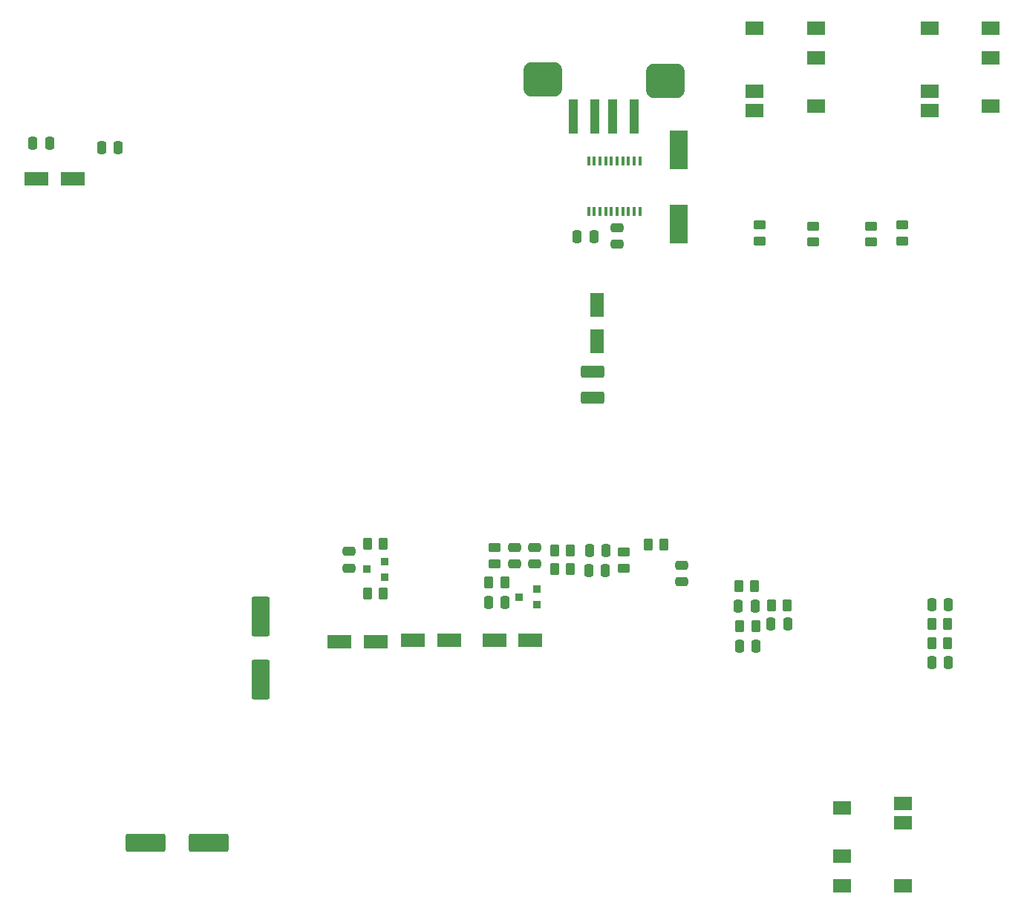
<source format=gbr>
%TF.GenerationSoftware,KiCad,Pcbnew,(6.0.11-0)*%
%TF.CreationDate,2023-05-23T17:58:13+02:00*%
%TF.ProjectId,Keyer_MEGA2560,4b657965-725f-44d4-9547-41323536302e,rev?*%
%TF.SameCoordinates,Original*%
%TF.FileFunction,Paste,Bot*%
%TF.FilePolarity,Positive*%
%FSLAX46Y46*%
G04 Gerber Fmt 4.6, Leading zero omitted, Abs format (unit mm)*
G04 Created by KiCad (PCBNEW (6.0.11-0)) date 2023-05-23 17:58:13*
%MOMM*%
%LPD*%
G01*
G04 APERTURE LIST*
G04 Aperture macros list*
%AMRoundRect*
0 Rectangle with rounded corners*
0 $1 Rounding radius*
0 $2 $3 $4 $5 $6 $7 $8 $9 X,Y pos of 4 corners*
0 Add a 4 corners polygon primitive as box body*
4,1,4,$2,$3,$4,$5,$6,$7,$8,$9,$2,$3,0*
0 Add four circle primitives for the rounded corners*
1,1,$1+$1,$2,$3*
1,1,$1+$1,$4,$5*
1,1,$1+$1,$6,$7*
1,1,$1+$1,$8,$9*
0 Add four rect primitives between the rounded corners*
20,1,$1+$1,$2,$3,$4,$5,0*
20,1,$1+$1,$4,$5,$6,$7,0*
20,1,$1+$1,$6,$7,$8,$9,0*
20,1,$1+$1,$8,$9,$2,$3,0*%
G04 Aperture macros list end*
%ADD10RoundRect,0.250000X-0.262500X-0.450000X0.262500X-0.450000X0.262500X0.450000X-0.262500X0.450000X0*%
%ADD11RoundRect,0.250000X-1.137500X-0.550000X1.137500X-0.550000X1.137500X0.550000X-1.137500X0.550000X0*%
%ADD12RoundRect,0.250000X0.262500X0.450000X-0.262500X0.450000X-0.262500X-0.450000X0.262500X-0.450000X0*%
%ADD13RoundRect,0.250000X0.475000X-0.250000X0.475000X0.250000X-0.475000X0.250000X-0.475000X-0.250000X0*%
%ADD14RoundRect,0.250000X-0.450000X0.262500X-0.450000X-0.262500X0.450000X-0.262500X0.450000X0.262500X0*%
%ADD15RoundRect,0.250001X-1.074999X0.462499X-1.074999X-0.462499X1.074999X-0.462499X1.074999X0.462499X0*%
%ADD16RoundRect,0.250000X-0.250000X-0.475000X0.250000X-0.475000X0.250000X0.475000X-0.250000X0.475000X0*%
%ADD17RoundRect,0.250001X-1.999999X-0.799999X1.999999X-0.799999X1.999999X0.799999X-1.999999X0.799999X0*%
%ADD18R,2.000000X1.500000*%
%ADD19RoundRect,0.250000X1.137500X0.550000X-1.137500X0.550000X-1.137500X-0.550000X1.137500X-0.550000X0*%
%ADD20R,0.400000X1.000000*%
%ADD21RoundRect,0.250000X0.250000X0.475000X-0.250000X0.475000X-0.250000X-0.475000X0.250000X-0.475000X0*%
%ADD22RoundRect,0.250000X0.450000X-0.262500X0.450000X0.262500X-0.450000X0.262500X-0.450000X-0.262500X0*%
%ADD23R,1.100000X4.000000*%
%ADD24RoundRect,0.984250X-1.238250X-0.984250X1.238250X-0.984250X1.238250X0.984250X-1.238250X0.984250X0*%
%ADD25R,2.000000X4.500000*%
%ADD26RoundRect,0.250001X-0.799999X1.999999X-0.799999X-1.999999X0.799999X-1.999999X0.799999X1.999999X0*%
%ADD27R,0.914400X0.914400*%
%ADD28RoundRect,0.250000X-0.475000X0.250000X-0.475000X-0.250000X0.475000X-0.250000X0.475000X0.250000X0*%
%ADD29RoundRect,0.250000X0.550000X-1.137500X0.550000X1.137500X-0.550000X1.137500X-0.550000X-1.137500X0*%
G04 APERTURE END LIST*
D10*
%TO.C,R11*%
X258318000Y-143256000D03*
X260143000Y-143256000D03*
%TD*%
D11*
%TO.C,C34*%
X221076500Y-144907000D03*
X225201500Y-144907000D03*
%TD*%
D12*
%TO.C,R28*%
X239037500Y-136779000D03*
X237212500Y-136779000D03*
%TD*%
D13*
%TO.C,C27*%
X251708000Y-138237000D03*
X251708000Y-136337000D03*
%TD*%
D14*
%TO.C,R18*%
X273304000Y-97639500D03*
X273304000Y-99464500D03*
%TD*%
D11*
%TO.C,C19*%
X178150500Y-92202000D03*
X182275500Y-92202000D03*
%TD*%
D15*
%TO.C,L1*%
X241554000Y-114209500D03*
X241554000Y-117184500D03*
%TD*%
D13*
%TO.C,C29*%
X234950000Y-136205000D03*
X234950000Y-134305000D03*
%TD*%
D12*
%TO.C,R30*%
X231544500Y-138303000D03*
X229719500Y-138303000D03*
%TD*%
D16*
%TO.C,C14*%
X258153500Y-140970000D03*
X260053500Y-140970000D03*
%TD*%
D17*
%TO.C,C7*%
X190583000Y-168021000D03*
X197783000Y-168021000D03*
%TD*%
D14*
%TO.C,R20*%
X276860000Y-97512500D03*
X276860000Y-99337500D03*
%TD*%
D18*
%TO.C,J10*%
X266999600Y-75064600D03*
X259999600Y-75064600D03*
X266999600Y-78464600D03*
X259999600Y-82264600D03*
X259999600Y-84464600D03*
X266999600Y-83964600D03*
%TD*%
D19*
%TO.C,C36*%
X216819500Y-145034000D03*
X212694500Y-145034000D03*
%TD*%
D13*
%TO.C,C30*%
X232664000Y-136205000D03*
X232664000Y-134305000D03*
%TD*%
D16*
%TO.C,C3*%
X280228000Y-147421600D03*
X282128000Y-147421600D03*
%TD*%
D20*
%TO.C,U1*%
X241086420Y-90165600D03*
X241736420Y-90165600D03*
X242386420Y-90165600D03*
X243036420Y-90165600D03*
X243686420Y-90165600D03*
X244336420Y-90165600D03*
X244986420Y-90165600D03*
X245636420Y-90165600D03*
X246286420Y-90165600D03*
X246936420Y-90165600D03*
X246936420Y-95965600D03*
X246286420Y-95965600D03*
X245636420Y-95965600D03*
X244986420Y-95965600D03*
X244336420Y-95965600D03*
X243686420Y-95965600D03*
X243036420Y-95965600D03*
X242386420Y-95965600D03*
X241736420Y-95965600D03*
X241086420Y-95965600D03*
%TD*%
D21*
%TO.C,C20*%
X179639000Y-88138000D03*
X177739000Y-88138000D03*
%TD*%
D22*
%TO.C,R27*%
X245104000Y-136652000D03*
X245104000Y-134827000D03*
%TD*%
D23*
%TO.C,J1*%
X239324000Y-85124400D03*
X241824000Y-85124400D03*
X243824000Y-85124400D03*
X246324000Y-85124400D03*
D24*
X249809000Y-81024400D03*
X235839000Y-80924400D03*
%TD*%
D14*
%TO.C,R17*%
X266700000Y-97639500D03*
X266700000Y-99464500D03*
%TD*%
D25*
%TO.C,Y1*%
X251377420Y-88917200D03*
X251377420Y-97417200D03*
%TD*%
D16*
%TO.C,C38*%
X258280500Y-145542000D03*
X260180500Y-145542000D03*
%TD*%
D26*
%TO.C,C16*%
X203708000Y-142196000D03*
X203708000Y-149396000D03*
%TD*%
D21*
%TO.C,C10*%
X241684820Y-98806000D03*
X239784820Y-98806000D03*
%TD*%
D18*
%TO.C,J11*%
X286964000Y-75056000D03*
X279964000Y-75056000D03*
X286964000Y-78456000D03*
X279964000Y-82256000D03*
X279964000Y-84456000D03*
X286964000Y-83956000D03*
%TD*%
D10*
%TO.C,R32*%
X215876500Y-139573000D03*
X217701500Y-139573000D03*
%TD*%
D16*
%TO.C,C18*%
X185552000Y-88696800D03*
X187452000Y-88696800D03*
%TD*%
D12*
%TO.C,R5*%
X282039700Y-143052800D03*
X280214700Y-143052800D03*
%TD*%
D27*
%TO.C,Q2*%
X217805000Y-135890000D03*
X217805000Y-137668000D03*
X215788240Y-136779000D03*
%TD*%
D18*
%TO.C,J9*%
X269956400Y-172898800D03*
X276956400Y-172898800D03*
X269956400Y-169498800D03*
X276956400Y-165698800D03*
X276956400Y-163498800D03*
X269956400Y-163998800D03*
%TD*%
D28*
%TO.C,C35*%
X213741000Y-134747000D03*
X213741000Y-136647000D03*
%TD*%
D13*
%TO.C,C17*%
X244348000Y-99705200D03*
X244348000Y-97805200D03*
%TD*%
D16*
%TO.C,C5*%
X280228000Y-140868400D03*
X282128000Y-140868400D03*
%TD*%
D12*
%TO.C,R31*%
X217701500Y-133858000D03*
X215876500Y-133858000D03*
%TD*%
D21*
%TO.C,C32*%
X231582000Y-140589000D03*
X229682000Y-140589000D03*
%TD*%
D10*
%TO.C,R25*%
X247874500Y-134010400D03*
X249699500Y-134010400D03*
%TD*%
D12*
%TO.C,R8*%
X263736500Y-140887750D03*
X261911500Y-140887750D03*
%TD*%
D10*
%TO.C,R26*%
X237212500Y-134620000D03*
X239037500Y-134620000D03*
%TD*%
D12*
%TO.C,R4*%
X282039700Y-145237200D03*
X280214700Y-145237200D03*
%TD*%
%TO.C,R12*%
X260016000Y-138684000D03*
X258191000Y-138684000D03*
%TD*%
D16*
%TO.C,C12*%
X261874000Y-143046750D03*
X263774000Y-143046750D03*
%TD*%
D29*
%TO.C,C21*%
X242062000Y-110774500D03*
X242062000Y-106649500D03*
%TD*%
D16*
%TO.C,C31*%
X241112000Y-136906000D03*
X243012000Y-136906000D03*
%TD*%
D19*
%TO.C,C33*%
X234472500Y-144907000D03*
X230347500Y-144907000D03*
%TD*%
D14*
%TO.C,R19*%
X260604000Y-97489000D03*
X260604000Y-99314000D03*
%TD*%
D22*
%TO.C,R29*%
X230378000Y-136167500D03*
X230378000Y-134342500D03*
%TD*%
D21*
%TO.C,C28*%
X243078000Y-134620000D03*
X241178000Y-134620000D03*
%TD*%
D27*
%TO.C,Q6*%
X235204000Y-139065000D03*
X235204000Y-140843000D03*
X233187240Y-139954000D03*
%TD*%
M02*

</source>
